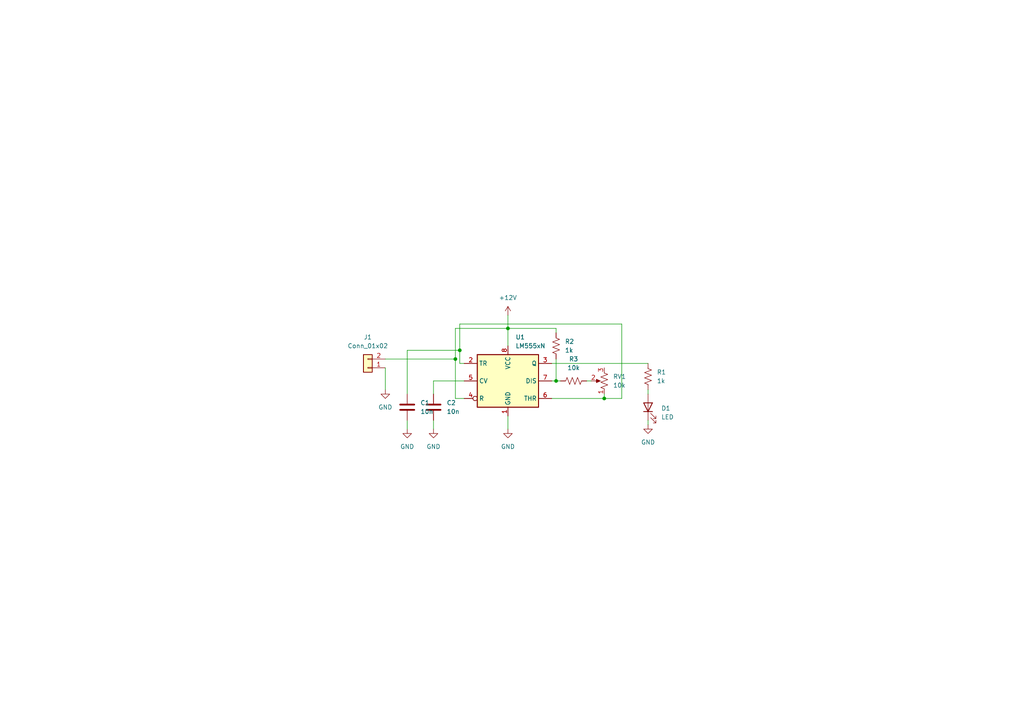
<source format=kicad_sch>
(kicad_sch (version 20230121) (generator eeschema)
  (paper "A4")
  (lib_symbols
    (symbol "Connector_Generic:Conn_01x02" (pin_names (offset 1.016) hide)
      (property "Reference" "J" (at 0 2.54 0))
      (property "Value" "Conn_01x02" (at 0 -5.08 0))
      (symbol "Conn_01x02_1_1"
        (rectangle (start -1.27 -2.413) (end 0 -2.667) (stroke (width 0.1524)))
        (rectangle (start -1.27 0.127) (end 0 -0.127) (stroke (width 0.1524)))
        (rectangle (start -1.27 1.27) (end 1.27 -3.81) (stroke (width 0.254)) (fill (type background)))
        (pin passive line (at -5.08 0 0) (length 3.81) (name "Pin_1") (number "1"))
        (pin passive line (at -5.08 -2.54 0) (length 3.81) (name "Pin_2") (number "2"))
      )
    )
    (symbol "Device:C" (pin_numbers hide) (pin_names (offset 0.254))
      (property "Reference" "C" (at 0.635 2.54 0))
      (property "Value" "C" (at 0.635 -2.54 0))
      (symbol "C_0_1"
        (polyline (pts (xy -2.032 -0.762) (xy 2.032 -0.762)) (stroke (width 0.508)))
        (polyline (pts (xy -2.032 0.762) (xy 2.032 0.762)) (stroke (width 0.508)))
      )
      (symbol "C_1_1"
        (pin passive line (at 0 3.81 270) (length 2.794) (name "~") (number "1"))
        (pin passive line (at 0 -3.81 90) (length 2.794) (name "~") (number "2"))
      )
    )
    (symbol "Device:LED" (pin_numbers hide) (pin_names (offset 1.016) hide)
      (property "Reference" "D" (at 0 2.54 0))
      (property "Value" "LED" (at 0 -2.54 0))
      (symbol "LED_0_1"
        (polyline (pts (xy -1.27 -1.27) (xy -1.27 1.27)) (stroke (width 0.254)))
        (polyline (pts (xy -1.27 0) (xy 1.27 0)))
        (polyline (pts (xy 1.27 -1.27) (xy 1.27 1.27) (xy -1.27 0) (xy 1.27 -1.27)) (stroke (width 0.254)))
        (polyline (pts (xy -3.048 -0.762) (xy -4.572 -2.286) (xy -3.81 -2.286) (xy -4.572 -2.286) (xy -4.572 -1.524)))
        (polyline (pts (xy -1.778 -0.762) (xy -3.302 -2.286) (xy -2.54 -2.286) (xy -3.302 -2.286) (xy -3.302 -1.524)))
      )
      (symbol "LED_1_1"
        (pin passive line (at -3.81 0 0) (length 2.54) (name "K") (number "1"))
        (pin passive line (at 3.81 0 180) (length 2.54) (name "A") (number "2"))
      )
    )
    (symbol "Device:R_Potentiometer_US" (pin_names (offset 1.016) hide)
      (property "Reference" "RV" (at -4.445 0 90))
      (property "Value" "R_Potentiometer_US" (at -2.54 0 90))
      (symbol "R_Potentiometer_US_0_1"
        (polyline (pts (xy 0 -2.286) (xy 0 -2.54)))
        (polyline (pts (xy 0 2.54) (xy 0 2.286)))
        (polyline (pts (xy 2.54 0) (xy 1.524 0)))
        (polyline (pts (xy 1.143 0) (xy 2.286 0.508) (xy 2.286 -0.508) (xy 1.143 0)) (fill (type outline)))
        (polyline (pts (xy 0 -0.762) (xy 1.016 -1.143) (xy 0 -1.524) (xy -1.016 -1.905) (xy 0 -2.286)))
        (polyline (pts (xy 0 0.762) (xy 1.016 0.381) (xy 0 0) (xy -1.016 -0.381) (xy 0 -0.762)))
        (polyline (pts (xy 0 2.286) (xy 1.016 1.905) (xy 0 1.524) (xy -1.016 1.143) (xy 0 0.762)))
      )
      (symbol "R_Potentiometer_US_1_1"
        (pin passive line (at 0 3.81 270) (length 1.27) (name "1") (number "1"))
        (pin passive line (at 3.81 0 180) (length 1.27) (name "2") (number "2"))
        (pin passive line (at 0 -3.81 90) (length 1.27) (name "3") (number "3"))
      )
    )
    (symbol "Device:R_US" (pin_numbers hide) (pin_names (offset 0))
      (property "Reference" "R" (at 2.54 0 90))
      (property "Value" "R_US" (at -2.54 0 90))
      (symbol "R_US_0_1"
        (polyline (pts (xy 0 -2.286) (xy 0 -2.54)))
        (polyline (pts (xy 0 2.286) (xy 0 2.54)))
        (polyline (pts (xy 0 -0.762) (xy 1.016 -1.143) (xy 0 -1.524) (xy -1.016 -1.905) (xy 0 -2.286)))
        (polyline (pts (xy 0 0.762) (xy 1.016 0.381) (xy 0 0) (xy -1.016 -0.381) (xy 0 -0.762)))
        (polyline (pts (xy 0 2.286) (xy 1.016 1.905) (xy 0 1.524) (xy -1.016 1.143) (xy 0 0.762)))
      )
      (symbol "R_US_1_1"
        (pin passive line (at 0 3.81 270) (length 1.27) (name "~") (number "1"))
        (pin passive line (at 0 -3.81 90) (length 1.27) (name "~") (number "2"))
      )
    )
    (symbol "Timer:LM555xN"
      (property "Reference" "U" (at -10.16 8.89 0))
      (property "Value" "LM555xN" (at 2.54 8.89 0))
      (symbol "LM555xN_0_0"
        (pin power_in line (at 0 -10.16 90) (length 2.54) (name "GND") (number "1"))
        (pin power_in line (at 0 10.16 270) (length 2.54) (name "VCC") (number "8"))
      )
      (symbol "LM555xN_0_1"
        (rectangle (start -8.89 -7.62) (end 8.89 7.62) (stroke (width 0.254)) (fill (type background)))
        (rectangle (start -8.89 -7.62) (end 8.89 7.62) (stroke (width 0.254)) (fill (type background)))
      )
      (symbol "LM555xN_1_1"
        (pin input line (at -12.7 5.08 0) (length 3.81) (name "TR") (number "2"))
        (pin output line (at 12.7 5.08 180) (length 3.81) (name "Q") (number "3"))
        (pin input inverted (at -12.7 -5.08 0) (length 3.81) (name "R") (number "4"))
        (pin input line (at -12.7 0 0) (length 3.81) (name "CV") (number "5"))
        (pin input line (at 12.7 -5.08 180) (length 3.81) (name "THR") (number "6"))
        (pin input line (at 12.7 0 180) (length 3.81) (name "DIS") (number "7"))
      )
    )
    (symbol "power:+12V" (power) (pin_names (offset 0))
      (property "Value" "+12V" (at 0 3.556 0))
      (symbol "+12V_0_1"
        (polyline (pts (xy -0.762 1.27) (xy 0 2.54)))
        (polyline (pts (xy 0 0) (xy 0 2.54)))
        (polyline (pts (xy 0 2.54) (xy 0.762 1.27)))
      )
      (symbol "+12V_1_1"
        (pin power_in line (at 0 0 90) (length 0) hide (name "+12V") (number "1"))
      )
    )
    (symbol "power:GND" (power) (pin_names (offset 0))
      (property "Value" "GND" (at 0 -3.81 0))
      (symbol "GND_0_1"
        (polyline (pts (xy 0 0) (xy 0 -1.27) (xy 1.27 -1.27) (xy 0 -2.54) (xy -1.27 -1.27) (xy 0 -1.27)))
      )
      (symbol "GND_1_1"
        (pin power_in line (at 0 0 270) (length 0) hide (name "GND") (number "1"))
      )
    )
  )
  (junction (at 132.08 104.14))
  (junction (at 161.29 110.49))
  (junction (at 133.35 101.6))
  (junction (at 175.26 115.57))
  (junction (at 147.32 95.25))
  (wire (pts (xy 118.11 114.3) (xy 118.11 101.6)))
  (wire (pts (xy 187.96 113.03) (xy 187.96 114.3)))
  (wire (pts (xy 133.35 101.6) (xy 133.35 93.98)))
  (wire (pts (xy 160.02 105.41) (xy 187.96 105.41)))
  (wire (pts (xy 111.76 104.14) (xy 132.08 104.14)))
  (wire (pts (xy 175.26 114.3) (xy 175.26 115.57)))
  (wire (pts (xy 132.08 104.14) (xy 132.08 95.25)))
  (wire (pts (xy 180.34 93.98) (xy 180.34 115.57)))
  (wire (pts (xy 187.96 121.92) (xy 187.96 123.19)))
  (wire (pts (xy 118.11 121.92) (xy 118.11 124.46)))
  (wire (pts (xy 161.29 104.14) (xy 161.29 110.49)))
  (wire (pts (xy 125.73 110.49) (xy 134.62 110.49)))
  (wire (pts (xy 118.11 101.6) (xy 133.35 101.6)))
  (wire (pts (xy 162.56 110.49) (xy 161.29 110.49)))
  (wire (pts (xy 125.73 121.92) (xy 125.73 124.46)))
  (wire (pts (xy 147.32 120.65) (xy 147.32 124.46)))
  (wire (pts (xy 132.08 95.25) (xy 147.32 95.25)))
  (wire (pts (xy 160.02 115.57) (xy 175.26 115.57)))
  (wire (pts (xy 175.26 115.57) (xy 180.34 115.57)))
  (wire (pts (xy 147.32 95.25) (xy 161.29 95.25)))
  (wire (pts (xy 170.18 110.49) (xy 171.45 110.49)))
  (wire (pts (xy 133.35 93.98) (xy 180.34 93.98)))
  (wire (pts (xy 160.02 110.49) (xy 161.29 110.49)))
  (wire (pts (xy 133.35 105.41) (xy 133.35 101.6)))
  (wire (pts (xy 132.08 115.57) (xy 132.08 104.14)))
  (wire (pts (xy 134.62 105.41) (xy 133.35 105.41)))
  (wire (pts (xy 111.76 106.68) (xy 111.76 113.03)))
  (wire (pts (xy 147.32 91.44) (xy 147.32 95.25)))
  (wire (pts (xy 147.32 95.25) (xy 147.32 100.33)))
  (wire (pts (xy 134.62 115.57) (xy 132.08 115.57)))
  (wire (pts (xy 161.29 96.52) (xy 161.29 95.25)))
  (wire (pts (xy 125.73 114.3) (xy 125.73 110.49)))
  (symbol (lib_id "Device:R_US") (at 187.96 109.22 180) (unit 1)
    (property "Reference" "R1" (at 190.5 107.95 0) (effects (justify right)))
    (property "Value" "1k" (at 190.5 110.49 0) (effects (justify right)))
    (property "Footprint" "Resistor_THT:R_Axial_DIN0207_L6.3mm_D2.5mm_P10.16mm_Horizontal" (effects hide))
  )
  (symbol (lib_id "Device:C") (at 118.11 118.11 0) (unit 1)
    (property "Reference" "C1" (at 121.92 116.84 0) (effects (justify left)))
    (property "Value" "10n" (at 121.92 119.38 0) (effects (justify left)))
    (property "Footprint" "Capacitor_THT:C_Rect_L7.0mm_W2.5mm_P5.00mm" (effects hide))
  )
  (symbol (lib_id "Device:R_US") (at 161.29 100.33 180) (unit 1)
    (property "Reference" "R2" (at 163.83 99.06 0) (effects (justify right)))
    (property "Value" "1k" (at 163.83 101.6 0) (effects (justify right)))
    (property "Footprint" "Resistor_THT:R_Axial_DIN0207_L6.3mm_D2.5mm_P10.16mm_Horizontal" (effects hide))
  )
  (symbol (lib_id "Device:R_Potentiometer_US") (at 175.26 110.49 180) (unit 1)
    (property "Reference" "RV1" (at 177.8 109.22 0) (effects (justify right)))
    (property "Value" "10k" (at 177.8 111.76 0) (effects (justify right)))
    (property "Footprint" "Potentiometer_THT:Potentiometer_ACP_CA9-V10_Vertical" (effects hide))
  )
  (symbol (lib_id "Device:R_US") (at 166.37 110.49 270) (unit 1)
    (property "Reference" "R3" (at 166.37 104.14 90))
    (property "Value" "10k" (at 166.37 106.68 90))
    (property "Footprint" "Resistor_THT:R_Axial_DIN0207_L6.3mm_D2.5mm_P10.16mm_Horizontal" (effects hide))
  )
  (symbol (lib_id "Connector_Generic:Conn_01x02") (at 106.68 106.68 180) (unit 1)
    (property "Reference" "J1" (at 106.68 97.79 0))
    (property "Value" "Conn_01x02" (at 106.68 100.33 0))
    (property "Footprint" "Connector_Molex:Molex_KK-254_AE-6410-02A_1x02_P2.54mm_Vertical" (effects hide))
  )
  (symbol (lib_id "Device:LED") (at 187.96 118.11 90) (unit 1)
    (property "Reference" "D1" (at 191.77 118.4275 90) (effects (justify right)))
    (property "Value" "LED" (at 191.77 120.9675 90) (effects (justify right)))
    (property "Footprint" "LED_THT:LED_D5.0mm" (effects hide))
  )
  (symbol (lib_id "power:GND") (at 111.76 113.03 0) (unit 1)
    (property "Reference" "#PWR03" (effects hide))
    (property "Value" "GND" (at 111.76 118.11 0))
  )
  (symbol (lib_id "power:+12V") (at 147.32 91.44 0) (unit 1)
    (property "Reference" "#PWR01" (effects hide))
    (property "Value" "+12V" (at 147.32 86.36 0))
  )
  (symbol (lib_id "Timer:LM555xN") (at 147.32 110.49 0) (unit 1)
    (property "Reference" "U1" (at 149.5141 97.79 0) (effects (justify left)))
    (property "Value" "LM555xN" (at 149.5141 100.33 0) (effects (justify left)))
    (property "Footprint" "Package_DIP:DIP-8_W7.62mm" (effects hide))
    (property "Datasheet" "http://www.ti.com/lit/ds/symlink/lm555.pdf" (effects hide))
  )
  (symbol (lib_id "power:GND") (at 187.96 123.19 0) (unit 1)
    (property "Reference" "#PWR05" (effects hide))
    (property "Value" "GND" (at 187.96 128.27 0))
  )
  (symbol (lib_id "Device:C") (at 125.73 118.11 0) (unit 1)
    (property "Reference" "C2" (at 129.54 116.84 0) (effects (justify left)))
    (property "Value" "10n" (at 129.54 119.38 0) (effects (justify left)))
    (property "Footprint" "Capacitor_THT:C_Rect_L7.0mm_W2.5mm_P5.00mm" (effects hide))
  )
  (symbol (lib_id "power:GND") (at 118.11 124.46 0) (unit 1)
    (property "Reference" "#PWR04" (effects hide))
    (property "Value" "GND" (at 118.11 129.54 0))
  )
  (symbol (lib_id "power:GND") (at 125.73 124.46 0) (unit 1)
    (property "Reference" "#PWR06" (effects hide))
    (property "Value" "GND" (at 125.73 129.54 0))
  )
  (symbol (lib_id "power:GND") (at 147.32 124.46 0) (unit 1)
    (property "Reference" "#PWR02" (effects hide))
    (property "Value" "GND" (at 147.32 129.54 0))
  )
)
</source>
